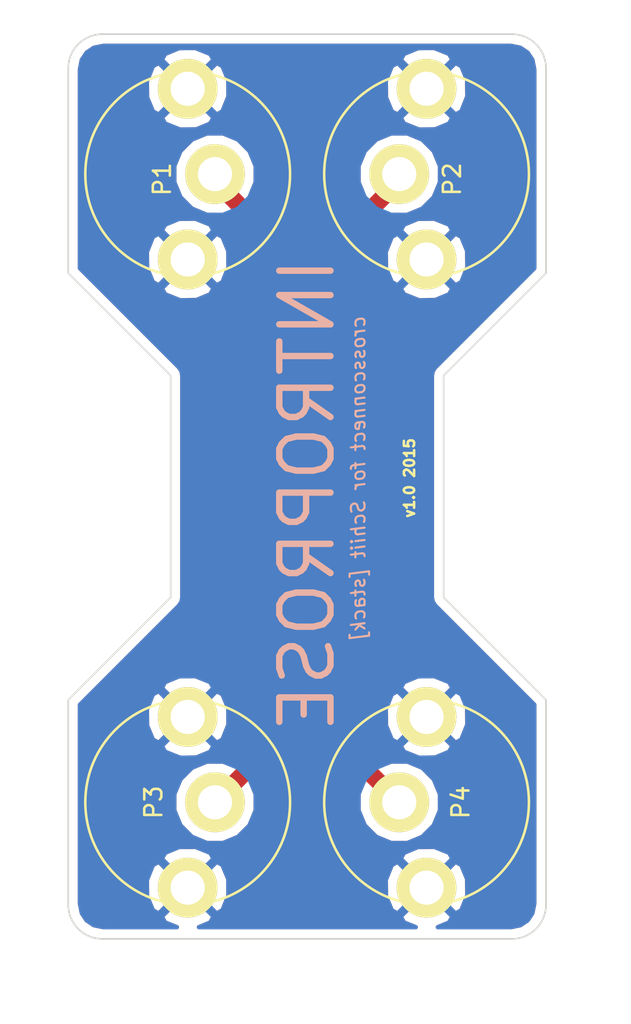
<source format=kicad_pcb>
(kicad_pcb (version 4) (host pcbnew "(2015-05-13 BZR 5653)-product")

  (general
    (links 9)
    (no_connects 0)
    (area 117.949999 69.949999 146.050001 123.050001)
    (thickness 1.6)
    (drawings 19)
    (tracks 8)
    (zones 0)
    (modules 4)
    (nets 4)
  )

  (page A4)
  (layers
    (0 F.Cu signal)
    (31 B.Cu signal)
    (32 B.Adhes user)
    (33 F.Adhes user)
    (34 B.Paste user)
    (35 F.Paste user)
    (36 B.SilkS user)
    (37 F.SilkS user)
    (38 B.Mask user)
    (39 F.Mask user)
    (40 Dwgs.User user)
    (41 Cmts.User user)
    (42 Eco1.User user)
    (43 Eco2.User user)
    (44 Edge.Cuts user)
    (45 Margin user)
    (46 B.CrtYd user)
    (47 F.CrtYd user)
    (48 B.Fab user)
    (49 F.Fab user)
  )

  (setup
    (last_trace_width 0.25)
    (user_trace_width 0.25)
    (user_trace_width 1)
    (trace_clearance 0.2)
    (zone_clearance 0.508)
    (zone_45_only no)
    (trace_min 0.2)
    (segment_width 0.2)
    (edge_width 0.1)
    (via_size 0.6)
    (via_drill 0.4)
    (via_min_size 0.4)
    (via_min_drill 0.3)
    (uvia_size 0.3)
    (uvia_drill 0.1)
    (uvias_allowed no)
    (uvia_min_size 0.2)
    (uvia_min_drill 0.1)
    (pcb_text_width 0.3)
    (pcb_text_size 1.5 1.5)
    (mod_edge_width 0.15)
    (mod_text_size 1 1)
    (mod_text_width 0.15)
    (pad_size 1.5 1.5)
    (pad_drill 0.6)
    (pad_to_mask_clearance 0)
    (aux_axis_origin 0 0)
    (visible_elements FFFFFF7F)
    (pcbplotparams
      (layerselection 0x010f0_80000001)
      (usegerberextensions true)
      (excludeedgelayer true)
      (linewidth 0.100000)
      (plotframeref false)
      (viasonmask false)
      (mode 1)
      (useauxorigin false)
      (hpglpennumber 1)
      (hpglpenspeed 20)
      (hpglpendiameter 15)
      (hpglpenoverlay 2)
      (psnegative false)
      (psa4output false)
      (plotreference true)
      (plotvalue true)
      (plotinvisibletext false)
      (padsonsilk false)
      (subtractmaskfromsilk false)
      (outputformat 1)
      (mirror false)
      (drillshape 0)
      (scaleselection 1)
      (outputdirectory gerber/))
  )

  (net 0 "")
  (net 1 GND)
  (net 2 /A)
  (net 3 /B)

  (net_class Default "This is the default net class."
    (clearance 0.2)
    (trace_width 0.25)
    (via_dia 0.6)
    (via_drill 0.4)
    (uvia_dia 0.3)
    (uvia_drill 0.1)
    (add_net /A)
    (add_net /B)
    (add_net GND)
  )

  (net_class phat ""
    (clearance 0.2)
    (trace_width 1)
    (via_dia 0.6)
    (via_drill 0.4)
    (uvia_dia 0.3)
    (uvia_drill 0.1)
  )

  (module footprints:bnc_pcb (layer F.Cu) (tedit 56088052) (tstamp 560887C2)
    (at 139 115 90)
    (path /56086B9A)
    (fp_text reference P4 (at 0 2 90) (layer F.SilkS)
      (effects (font (size 1 1) (thickness 0.15)))
    )
    (fp_text value "" (at 0 5 90) (layer F.Fab)
      (effects (font (size 1 1) (thickness 0.15)))
    )
    (fp_circle (center 0 0) (end 6 0) (layer F.SilkS) (width 0.15))
    (pad 1 thru_hole circle (at 0 -1.6 90) (size 3.5 3.5) (drill 2) (layers *.Cu *.Mask F.SilkS)
      (net 3 /B))
    (pad 2 thru_hole circle (at -5 0 90) (size 3.5 3.5) (drill 2) (layers *.Cu *.Mask F.SilkS)
      (net 1 GND))
    (pad 2 thru_hole circle (at 5 0 90) (size 3.5 3.5) (drill 2) (layers *.Cu *.Mask F.SilkS)
      (net 1 GND))
  )

  (module footprints:bnc_pcb (layer F.Cu) (tedit 5608804A) (tstamp 560887BA)
    (at 125 115 270)
    (path /56086B74)
    (fp_text reference P3 (at 0 2 450) (layer F.SilkS)
      (effects (font (size 1 1) (thickness 0.15)))
    )
    (fp_text value "" (at 0 5 270) (layer F.Fab)
      (effects (font (size 1 1) (thickness 0.15)))
    )
    (fp_circle (center 0 0) (end 6 0) (layer F.SilkS) (width 0.15))
    (pad 1 thru_hole circle (at 0 -1.6 270) (size 3.5 3.5) (drill 2) (layers *.Cu *.Mask F.SilkS)
      (net 2 /A))
    (pad 2 thru_hole circle (at -5 0 270) (size 3.5 3.5) (drill 2) (layers *.Cu *.Mask F.SilkS)
      (net 1 GND))
    (pad 2 thru_hole circle (at 5 0 270) (size 3.5 3.5) (drill 2) (layers *.Cu *.Mask F.SilkS)
      (net 1 GND))
  )

  (module footprints:bnc_pcb (layer F.Cu) (tedit 5608803A) (tstamp 560887B2)
    (at 139 78.2 90)
    (path /56086B47)
    (fp_text reference P2 (at -0.3 1.5 90) (layer F.SilkS)
      (effects (font (size 1 1) (thickness 0.15)))
    )
    (fp_text value "" (at -0.8 8 90) (layer F.Fab)
      (effects (font (size 1 1) (thickness 0.15)))
    )
    (fp_circle (center 0 0) (end 6 0) (layer F.SilkS) (width 0.15))
    (pad 1 thru_hole circle (at 0 -1.6 90) (size 3.5 3.5) (drill 2) (layers *.Cu *.Mask F.SilkS)
      (net 3 /B))
    (pad 2 thru_hole circle (at -5 0 90) (size 3.5 3.5) (drill 2) (layers *.Cu *.Mask F.SilkS)
      (net 1 GND))
    (pad 2 thru_hole circle (at 5 0 90) (size 3.5 3.5) (drill 2) (layers *.Cu *.Mask F.SilkS)
      (net 1 GND))
  )

  (module bnc_pcb (layer F.Cu) (tedit 56088042) (tstamp 560887AA)
    (at 125 78.2 270)
    (path /56086B19)
    (fp_text reference P1 (at 0.3 1.5 270) (layer F.SilkS)
      (effects (font (size 1 1) (thickness 0.15)))
    )
    (fp_text value "" (at 0 5 270) (layer F.Fab)
      (effects (font (size 1 1) (thickness 0.15)))
    )
    (fp_circle (center 0 0) (end 6 0) (layer F.SilkS) (width 0.15))
    (pad 1 thru_hole circle (at 0 -1.6 270) (size 3.5 3.5) (drill 2) (layers *.Cu *.Mask F.SilkS)
      (net 2 /A))
    (pad 2 thru_hole circle (at -5 0 270) (size 3.5 3.5) (drill 2) (layers *.Cu *.Mask F.SilkS)
      (net 1 GND))
    (pad 2 thru_hole circle (at 5 0 270) (size 3.5 3.5) (drill 2) (layers *.Cu *.Mask F.SilkS)
      (net 1 GND))
  )

  (gr_text "v1.0 2015" (at 138 96 90) (layer F.SilkS)
    (effects (font (size 0.6 0.6) (thickness 0.15)))
  )
  (gr_text "crossconnect for Schiit [stack]" (at 135 96 90) (layer B.SilkS)
    (effects (font (size 0.8 0.8) (thickness 0.125) italic) (justify mirror))
  )
  (gr_text INTROPROSE (at 132 97 90) (layer B.SilkS)
    (effects (font (size 3 3) (thickness 0.375)) (justify mirror))
  )
  (gr_line (start 118 109) (end 124 103) (angle 90) (layer Edge.Cuts) (width 0.1))
  (gr_line (start 118 121) (end 118 109) (angle 90) (layer Edge.Cuts) (width 0.1))
  (gr_line (start 146 109) (end 146 121) (angle 90) (layer Edge.Cuts) (width 0.1))
  (gr_line (start 140 103) (end 146 109) (angle 90) (layer Edge.Cuts) (width 0.1))
  (gr_line (start 140 90) (end 140 103) (angle 90) (layer Edge.Cuts) (width 0.1))
  (gr_line (start 146 84) (end 140 90) (angle 90) (layer Edge.Cuts) (width 0.1))
  (gr_line (start 146 72) (end 146 84) (angle 90) (layer Edge.Cuts) (width 0.1))
  (gr_line (start 124 90) (end 124 103) (angle 90) (layer Edge.Cuts) (width 0.1))
  (gr_line (start 118 84) (end 124 90) (angle 90) (layer Edge.Cuts) (width 0.1))
  (gr_line (start 118 72) (end 118 84) (angle 90) (layer Edge.Cuts) (width 0.1))
  (gr_line (start 120 70) (end 144 70) (angle 90) (layer Edge.Cuts) (width 0.1))
  (gr_line (start 120 123) (end 144 123) (angle 90) (layer Edge.Cuts) (width 0.1))
  (gr_arc (start 144 121) (end 146 121) (angle 90) (layer Edge.Cuts) (width 0.1))
  (gr_arc (start 120 121) (end 120 123) (angle 90) (layer Edge.Cuts) (width 0.1))
  (gr_arc (start 144 72) (end 144 70) (angle 90) (layer Edge.Cuts) (width 0.1))
  (gr_arc (start 120 72) (end 118 72) (angle 90) (layer Edge.Cuts) (width 0.1))

  (segment (start 126.6 78.2) (end 126.6 78.6) (width 1) (layer F.Cu) (net 2) (status C00000))
  (segment (start 126.6 78.6) (end 129 81) (width 1) (layer F.Cu) (net 2) (tstamp 56088011) (status 400000))
  (segment (start 129 112.6) (end 126.6 115) (width 1) (layer F.Cu) (net 2) (tstamp 56088016) (status 800000))
  (segment (start 129 81) (end 129 112.6) (width 1) (layer F.Cu) (net 2) (tstamp 56088012))
  (segment (start 137.4 78.2) (end 137.4 78.6) (width 1) (layer F.Cu) (net 3) (status C00000))
  (segment (start 137.4 78.6) (end 135 81) (width 1) (layer F.Cu) (net 3) (tstamp 56088021) (status 400000))
  (segment (start 135 81) (end 135 112.6) (width 1) (layer F.Cu) (net 3) (tstamp 56088024))
  (segment (start 135 112.6) (end 137.4 115) (width 1) (layer F.Cu) (net 3) (tstamp 56088028) (status 800000))

  (zone (net 1) (net_name GND) (layer F.Cu) (tstamp 5608846E) (hatch edge 0.508)
    (connect_pads (clearance 0.508))
    (min_thickness 0.254)
    (fill yes (arc_segments 16) (thermal_gap 0.508) (thermal_bridge_width 0.508))
    (polygon
      (pts
        (xy 116 68) (xy 150 68) (xy 150 127) (xy 115 127) (xy 116 68)
      )
    )
    (filled_polygon
      (pts
        (xy 145.315 120.932533) (xy 145.202502 121.498093) (xy 144.920356 121.920356) (xy 144.498093 122.202502) (xy 143.932532 122.315)
        (xy 141.390956 122.315) (xy 141.390956 120.443409) (xy 141.390956 110.443409) (xy 141.378641 109.494677) (xy 141.039271 108.675364)
        (xy 140.694528 108.485077) (xy 140.514923 108.664682) (xy 140.514923 108.305472) (xy 140.324636 107.960729) (xy 139.443409 107.609044)
        (xy 138.494677 107.621359) (xy 137.675364 107.960729) (xy 137.485077 108.305472) (xy 139 109.820395) (xy 140.514923 108.305472)
        (xy 140.514923 108.664682) (xy 139.179605 110) (xy 140.694528 111.514923) (xy 141.039271 111.324636) (xy 141.390956 110.443409)
        (xy 141.390956 120.443409) (xy 141.378641 119.494677) (xy 141.039271 118.675364) (xy 140.694528 118.485077) (xy 140.514923 118.664682)
        (xy 140.514923 118.305472) (xy 140.514923 111.694528) (xy 139 110.179605) (xy 138.820395 110.35921) (xy 138.820395 110)
        (xy 137.305472 108.485077) (xy 136.960729 108.675364) (xy 136.609044 109.556591) (xy 136.621359 110.505323) (xy 136.960729 111.324636)
        (xy 137.305472 111.514923) (xy 138.820395 110) (xy 138.820395 110.35921) (xy 137.485077 111.694528) (xy 137.675364 112.039271)
        (xy 138.556591 112.390956) (xy 139.505323 112.378641) (xy 140.324636 112.039271) (xy 140.514923 111.694528) (xy 140.514923 118.305472)
        (xy 140.324636 117.960729) (xy 139.785413 117.745532) (xy 139.785413 114.527675) (xy 139.423084 113.650771) (xy 138.752758 112.979274)
        (xy 137.876487 112.615415) (xy 136.927675 112.614587) (xy 136.709759 112.704627) (xy 136.135 112.129867) (xy 136.135 81.470132)
        (xy 137.020462 80.584669) (xy 137.872325 80.585413) (xy 138.749229 80.223084) (xy 139.420726 79.552758) (xy 139.784585 78.676487)
        (xy 139.785413 77.727675) (xy 139.423084 76.850771) (xy 138.752758 76.179274) (xy 137.876487 75.815415) (xy 136.927675 75.814587)
        (xy 136.050771 76.176916) (xy 135.379274 76.847242) (xy 135.015415 77.723513) (xy 135.014587 78.672325) (xy 135.22158 79.173287)
        (xy 134.197434 80.197434) (xy 133.951397 80.565654) (xy 133.865 81) (xy 133.865 112.6) (xy 133.951397 113.034346)
        (xy 134.197434 113.402566) (xy 135.104306 114.309438) (xy 135.015415 114.523513) (xy 135.014587 115.472325) (xy 135.376916 116.349229)
        (xy 136.047242 117.020726) (xy 136.923513 117.384585) (xy 137.872325 117.385413) (xy 138.749229 117.023084) (xy 139.420726 116.352758)
        (xy 139.784585 115.476487) (xy 139.785413 114.527675) (xy 139.785413 117.745532) (xy 139.443409 117.609044) (xy 138.494677 117.621359)
        (xy 137.675364 117.960729) (xy 137.485077 118.305472) (xy 139 119.820395) (xy 140.514923 118.305472) (xy 140.514923 118.664682)
        (xy 139.179605 120) (xy 140.694528 121.514923) (xy 141.039271 121.324636) (xy 141.390956 120.443409) (xy 141.390956 122.315)
        (xy 139.658966 122.315) (xy 140.324636 122.039271) (xy 140.514923 121.694528) (xy 139 120.179605) (xy 138.820395 120.35921)
        (xy 138.820395 120) (xy 137.305472 118.485077) (xy 136.960729 118.675364) (xy 136.609044 119.556591) (xy 136.621359 120.505323)
        (xy 136.960729 121.324636) (xy 137.305472 121.514923) (xy 138.820395 120) (xy 138.820395 120.35921) (xy 137.485077 121.694528)
        (xy 137.675364 122.039271) (xy 138.366265 122.315) (xy 130.135 122.315) (xy 130.135 112.6) (xy 130.135 81)
        (xy 130.048604 80.565655) (xy 130.048603 80.565654) (xy 129.802567 80.197434) (xy 128.778332 79.173199) (xy 128.984585 78.676487)
        (xy 128.985413 77.727675) (xy 128.623084 76.850771) (xy 127.952758 76.179274) (xy 127.390956 75.945993) (xy 127.390956 73.643409)
        (xy 127.378641 72.694677) (xy 127.039271 71.875364) (xy 126.694528 71.685077) (xy 126.514923 71.864682) (xy 126.514923 71.505472)
        (xy 126.324636 71.160729) (xy 125.443409 70.809044) (xy 124.494677 70.821359) (xy 123.675364 71.160729) (xy 123.485077 71.505472)
        (xy 125 73.020395) (xy 126.514923 71.505472) (xy 126.514923 71.864682) (xy 125.179605 73.2) (xy 126.694528 74.714923)
        (xy 127.039271 74.524636) (xy 127.390956 73.643409) (xy 127.390956 75.945993) (xy 127.076487 75.815415) (xy 126.514923 75.814924)
        (xy 126.514923 74.894528) (xy 125 73.379605) (xy 124.820395 73.55921) (xy 124.820395 73.2) (xy 123.305472 71.685077)
        (xy 122.960729 71.875364) (xy 122.609044 72.756591) (xy 122.621359 73.705323) (xy 122.960729 74.524636) (xy 123.305472 74.714923)
        (xy 124.820395 73.2) (xy 124.820395 73.55921) (xy 123.485077 74.894528) (xy 123.675364 75.239271) (xy 124.556591 75.590956)
        (xy 125.505323 75.578641) (xy 126.324636 75.239271) (xy 126.514923 74.894528) (xy 126.514923 75.814924) (xy 126.127675 75.814587)
        (xy 125.250771 76.176916) (xy 124.579274 76.847242) (xy 124.215415 77.723513) (xy 124.214587 78.672325) (xy 124.576916 79.549229)
        (xy 125.247242 80.220726) (xy 126.123513 80.584585) (xy 126.9802 80.585332) (xy 127.865 81.470132) (xy 127.865 112.129867)
        (xy 127.390956 112.603911) (xy 127.390956 110.443409) (xy 127.390956 83.643409) (xy 127.378641 82.694677) (xy 127.039271 81.875364)
        (xy 126.694528 81.685077) (xy 126.514923 81.864682) (xy 126.514923 81.505472) (xy 126.324636 81.160729) (xy 125.443409 80.809044)
        (xy 124.494677 80.821359) (xy 123.675364 81.160729) (xy 123.485077 81.505472) (xy 125 83.020395) (xy 126.514923 81.505472)
        (xy 126.514923 81.864682) (xy 125.179605 83.2) (xy 126.694528 84.714923) (xy 127.039271 84.524636) (xy 127.390956 83.643409)
        (xy 127.390956 110.443409) (xy 127.378641 109.494677) (xy 127.039271 108.675364) (xy 126.694528 108.485077) (xy 126.514923 108.664682)
        (xy 126.514923 108.305472) (xy 126.514923 84.894528) (xy 125 83.379605) (xy 124.820395 83.55921) (xy 124.820395 83.2)
        (xy 123.305472 81.685077) (xy 122.960729 81.875364) (xy 122.609044 82.756591) (xy 122.621359 83.705323) (xy 122.960729 84.524636)
        (xy 123.305472 84.714923) (xy 124.820395 83.2) (xy 124.820395 83.55921) (xy 123.485077 84.894528) (xy 123.675364 85.239271)
        (xy 124.556591 85.590956) (xy 125.505323 85.578641) (xy 126.324636 85.239271) (xy 126.514923 84.894528) (xy 126.514923 108.305472)
        (xy 126.324636 107.960729) (xy 125.443409 107.609044) (xy 124.494677 107.621359) (xy 123.675364 107.960729) (xy 123.485077 108.305472)
        (xy 125 109.820395) (xy 126.514923 108.305472) (xy 126.514923 108.664682) (xy 125.179605 110) (xy 126.694528 111.514923)
        (xy 127.039271 111.324636) (xy 127.390956 110.443409) (xy 127.390956 112.603911) (xy 127.290561 112.704306) (xy 127.076487 112.615415)
        (xy 126.514923 112.614924) (xy 126.514923 111.694528) (xy 125 110.179605) (xy 124.820395 110.35921) (xy 124.820395 110)
        (xy 123.305472 108.485077) (xy 122.960729 108.675364) (xy 122.609044 109.556591) (xy 122.621359 110.505323) (xy 122.960729 111.324636)
        (xy 123.305472 111.514923) (xy 124.820395 110) (xy 124.820395 110.35921) (xy 123.485077 111.694528) (xy 123.675364 112.039271)
        (xy 124.556591 112.390956) (xy 125.505323 112.378641) (xy 126.324636 112.039271) (xy 126.514923 111.694528) (xy 126.514923 112.614924)
        (xy 126.127675 112.614587) (xy 125.250771 112.976916) (xy 124.579274 113.647242) (xy 124.215415 114.523513) (xy 124.214587 115.472325)
        (xy 124.576916 116.349229) (xy 125.247242 117.020726) (xy 126.123513 117.384585) (xy 127.072325 117.385413) (xy 127.949229 117.023084)
        (xy 128.620726 116.352758) (xy 128.984585 115.476487) (xy 128.985413 114.527675) (xy 128.895372 114.30976) (xy 129.802566 113.402566)
        (xy 129.802567 113.402566) (xy 130.048603 113.034346) (xy 130.048604 113.034345) (xy 130.135 112.6) (xy 130.135 122.315)
        (xy 127.390956 122.315) (xy 127.390956 120.443409) (xy 127.378641 119.494677) (xy 127.039271 118.675364) (xy 126.694528 118.485077)
        (xy 126.514923 118.664682) (xy 126.514923 118.305472) (xy 126.324636 117.960729) (xy 125.443409 117.609044) (xy 124.494677 117.621359)
        (xy 123.675364 117.960729) (xy 123.485077 118.305472) (xy 125 119.820395) (xy 126.514923 118.305472) (xy 126.514923 118.664682)
        (xy 125.179605 120) (xy 126.694528 121.514923) (xy 127.039271 121.324636) (xy 127.390956 120.443409) (xy 127.390956 122.315)
        (xy 125.658966 122.315) (xy 126.324636 122.039271) (xy 126.514923 121.694528) (xy 125 120.179605) (xy 124.820395 120.35921)
        (xy 124.820395 120) (xy 123.305472 118.485077) (xy 122.960729 118.675364) (xy 122.609044 119.556591) (xy 122.621359 120.505323)
        (xy 122.960729 121.324636) (xy 123.305472 121.514923) (xy 124.820395 120) (xy 124.820395 120.35921) (xy 123.485077 121.694528)
        (xy 123.675364 122.039271) (xy 124.366265 122.315) (xy 120.067466 122.315) (xy 119.501906 122.202502) (xy 119.079643 121.920356)
        (xy 118.797497 121.498093) (xy 118.685 120.932532) (xy 118.685 109.283736) (xy 124.484368 103.484368) (xy 124.632857 103.262138)
        (xy 124.685 103) (xy 124.685 90) (xy 124.632857 89.737862) (xy 124.484368 89.515632) (xy 118.685 83.716264)
        (xy 118.685 72.067467) (xy 118.797497 71.501906) (xy 119.079643 71.079643) (xy 119.501906 70.797497) (xy 120.067466 70.685)
        (xy 143.932532 70.685) (xy 144.498093 70.797497) (xy 144.920356 71.079643) (xy 145.202502 71.501906) (xy 145.315 72.067466)
        (xy 145.315 83.716264) (xy 141.390956 87.640308) (xy 141.390956 83.643409) (xy 141.390956 73.643409) (xy 141.378641 72.694677)
        (xy 141.039271 71.875364) (xy 140.694528 71.685077) (xy 140.514923 71.864682) (xy 140.514923 71.505472) (xy 140.324636 71.160729)
        (xy 139.443409 70.809044) (xy 138.494677 70.821359) (xy 137.675364 71.160729) (xy 137.485077 71.505472) (xy 139 73.020395)
        (xy 140.514923 71.505472) (xy 140.514923 71.864682) (xy 139.179605 73.2) (xy 140.694528 74.714923) (xy 141.039271 74.524636)
        (xy 141.390956 73.643409) (xy 141.390956 83.643409) (xy 141.378641 82.694677) (xy 141.039271 81.875364) (xy 140.694528 81.685077)
        (xy 140.514923 81.864682) (xy 140.514923 81.505472) (xy 140.514923 74.894528) (xy 139 73.379605) (xy 138.820395 73.55921)
        (xy 138.820395 73.2) (xy 137.305472 71.685077) (xy 136.960729 71.875364) (xy 136.609044 72.756591) (xy 136.621359 73.705323)
        (xy 136.960729 74.524636) (xy 137.305472 74.714923) (xy 138.820395 73.2) (xy 138.820395 73.55921) (xy 137.485077 74.894528)
        (xy 137.675364 75.239271) (xy 138.556591 75.590956) (xy 139.505323 75.578641) (xy 140.324636 75.239271) (xy 140.514923 74.894528)
        (xy 140.514923 81.505472) (xy 140.324636 81.160729) (xy 139.443409 80.809044) (xy 138.494677 80.821359) (xy 137.675364 81.160729)
        (xy 137.485077 81.505472) (xy 139 83.020395) (xy 140.514923 81.505472) (xy 140.514923 81.864682) (xy 139.179605 83.2)
        (xy 140.694528 84.714923) (xy 141.039271 84.524636) (xy 141.390956 83.643409) (xy 141.390956 87.640308) (xy 140.514923 88.516341)
        (xy 140.514923 84.894528) (xy 139 83.379605) (xy 138.820395 83.55921) (xy 138.820395 83.2) (xy 137.305472 81.685077)
        (xy 136.960729 81.875364) (xy 136.609044 82.756591) (xy 136.621359 83.705323) (xy 136.960729 84.524636) (xy 137.305472 84.714923)
        (xy 138.820395 83.2) (xy 138.820395 83.55921) (xy 137.485077 84.894528) (xy 137.675364 85.239271) (xy 138.556591 85.590956)
        (xy 139.505323 85.578641) (xy 140.324636 85.239271) (xy 140.514923 84.894528) (xy 140.514923 88.516341) (xy 139.515632 89.515632)
        (xy 139.367143 89.737862) (xy 139.315 90) (xy 139.315 103) (xy 139.367143 103.262138) (xy 139.515632 103.484368)
        (xy 145.315 109.283736) (xy 145.315 120.932533)
      )
    )
  )
  (zone (net 1) (net_name GND) (layer B.Cu) (tstamp 5608848C) (hatch edge 0.508)
    (connect_pads (clearance 0.508))
    (min_thickness 0.254)
    (fill yes (arc_segments 16) (thermal_gap 0.508) (thermal_bridge_width 0.508))
    (polygon
      (pts
        (xy 151 128) (xy 114 128) (xy 115 68) (xy 151 68)
      )
    )
    (filled_polygon
      (pts
        (xy 145.315 120.932533) (xy 145.202502 121.498093) (xy 144.920356 121.920356) (xy 144.498093 122.202502) (xy 143.932532 122.315)
        (xy 141.390956 122.315) (xy 141.390956 120.443409) (xy 141.390956 110.443409) (xy 141.378641 109.494677) (xy 141.039271 108.675364)
        (xy 140.694528 108.485077) (xy 140.514923 108.664682) (xy 140.514923 108.305472) (xy 140.324636 107.960729) (xy 139.443409 107.609044)
        (xy 138.494677 107.621359) (xy 137.675364 107.960729) (xy 137.485077 108.305472) (xy 139 109.820395) (xy 140.514923 108.305472)
        (xy 140.514923 108.664682) (xy 139.179605 110) (xy 140.694528 111.514923) (xy 141.039271 111.324636) (xy 141.390956 110.443409)
        (xy 141.390956 120.443409) (xy 141.378641 119.494677) (xy 141.039271 118.675364) (xy 140.694528 118.485077) (xy 140.514923 118.664682)
        (xy 140.514923 118.305472) (xy 140.514923 111.694528) (xy 139 110.179605) (xy 138.820395 110.35921) (xy 138.820395 110)
        (xy 137.305472 108.485077) (xy 136.960729 108.675364) (xy 136.609044 109.556591) (xy 136.621359 110.505323) (xy 136.960729 111.324636)
        (xy 137.305472 111.514923) (xy 138.820395 110) (xy 138.820395 110.35921) (xy 137.485077 111.694528) (xy 137.675364 112.039271)
        (xy 138.556591 112.390956) (xy 139.505323 112.378641) (xy 140.324636 112.039271) (xy 140.514923 111.694528) (xy 140.514923 118.305472)
        (xy 140.324636 117.960729) (xy 139.785413 117.745532) (xy 139.785413 114.527675) (xy 139.423084 113.650771) (xy 138.752758 112.979274)
        (xy 137.876487 112.615415) (xy 136.927675 112.614587) (xy 136.050771 112.976916) (xy 135.379274 113.647242) (xy 135.015415 114.523513)
        (xy 135.014587 115.472325) (xy 135.376916 116.349229) (xy 136.047242 117.020726) (xy 136.923513 117.384585) (xy 137.872325 117.385413)
        (xy 138.749229 117.023084) (xy 139.420726 116.352758) (xy 139.784585 115.476487) (xy 139.785413 114.527675) (xy 139.785413 117.745532)
        (xy 139.443409 117.609044) (xy 138.494677 117.621359) (xy 137.675364 117.960729) (xy 137.485077 118.305472) (xy 139 119.820395)
        (xy 140.514923 118.305472) (xy 140.514923 118.664682) (xy 139.179605 120) (xy 140.694528 121.514923) (xy 141.039271 121.324636)
        (xy 141.390956 120.443409) (xy 141.390956 122.315) (xy 139.658966 122.315) (xy 140.324636 122.039271) (xy 140.514923 121.694528)
        (xy 139 120.179605) (xy 138.820395 120.35921) (xy 138.820395 120) (xy 137.305472 118.485077) (xy 136.960729 118.675364)
        (xy 136.609044 119.556591) (xy 136.621359 120.505323) (xy 136.960729 121.324636) (xy 137.305472 121.514923) (xy 138.820395 120)
        (xy 138.820395 120.35921) (xy 137.485077 121.694528) (xy 137.675364 122.039271) (xy 138.366265 122.315) (xy 128.985413 122.315)
        (xy 128.985413 114.527675) (xy 128.985413 77.727675) (xy 128.623084 76.850771) (xy 127.952758 76.179274) (xy 127.390956 75.945993)
        (xy 127.390956 73.643409) (xy 127.378641 72.694677) (xy 127.039271 71.875364) (xy 126.694528 71.685077) (xy 126.514923 71.864682)
        (xy 126.514923 71.505472) (xy 126.324636 71.160729) (xy 125.443409 70.809044) (xy 124.494677 70.821359) (xy 123.675364 71.160729)
        (xy 123.485077 71.505472) (xy 125 73.020395) (xy 126.514923 71.505472) (xy 126.514923 71.864682) (xy 125.179605 73.2)
        (xy 126.694528 74.714923) (xy 127.039271 74.524636) (xy 127.390956 73.643409) (xy 127.390956 75.945993) (xy 127.076487 75.815415)
        (xy 126.514923 75.814924) (xy 126.514923 74.894528) (xy 125 73.379605) (xy 124.820395 73.55921) (xy 124.820395 73.2)
        (xy 123.305472 71.685077) (xy 122.960729 71.875364) (xy 122.609044 72.756591) (xy 122.621359 73.705323) (xy 122.960729 74.524636)
        (xy 123.305472 74.714923) (xy 124.820395 73.2) (xy 124.820395 73.55921) (xy 123.485077 74.894528) (xy 123.675364 75.239271)
        (xy 124.556591 75.590956) (xy 125.505323 75.578641) (xy 126.324636 75.239271) (xy 126.514923 74.894528) (xy 126.514923 75.814924)
        (xy 126.127675 75.814587) (xy 125.250771 76.176916) (xy 124.579274 76.847242) (xy 124.215415 77.723513) (xy 124.214587 78.672325)
        (xy 124.576916 79.549229) (xy 125.247242 80.220726) (xy 126.123513 80.584585) (xy 127.072325 80.585413) (xy 127.949229 80.223084)
        (xy 128.620726 79.552758) (xy 128.984585 78.676487) (xy 128.985413 77.727675) (xy 128.985413 114.527675) (xy 128.623084 113.650771)
        (xy 127.952758 112.979274) (xy 127.390956 112.745993) (xy 127.390956 110.443409) (xy 127.390956 83.643409) (xy 127.378641 82.694677)
        (xy 127.039271 81.875364) (xy 126.694528 81.685077) (xy 126.514923 81.864682) (xy 126.514923 81.505472) (xy 126.324636 81.160729)
        (xy 125.443409 80.809044) (xy 124.494677 80.821359) (xy 123.675364 81.160729) (xy 123.485077 81.505472) (xy 125 83.020395)
        (xy 126.514923 81.505472) (xy 126.514923 81.864682) (xy 125.179605 83.2) (xy 126.694528 84.714923) (xy 127.039271 84.524636)
        (xy 127.390956 83.643409) (xy 127.390956 110.443409) (xy 127.378641 109.494677) (xy 127.039271 108.675364) (xy 126.694528 108.485077)
        (xy 126.514923 108.664682) (xy 126.514923 108.305472) (xy 126.514923 84.894528) (xy 125 83.379605) (xy 124.820395 83.55921)
        (xy 124.820395 83.2) (xy 123.305472 81.685077) (xy 122.960729 81.875364) (xy 122.609044 82.756591) (xy 122.621359 83.705323)
        (xy 122.960729 84.524636) (xy 123.305472 84.714923) (xy 124.820395 83.2) (xy 124.820395 83.55921) (xy 123.485077 84.894528)
        (xy 123.675364 85.239271) (xy 124.556591 85.590956) (xy 125.505323 85.578641) (xy 126.324636 85.239271) (xy 126.514923 84.894528)
        (xy 126.514923 108.305472) (xy 126.324636 107.960729) (xy 125.443409 107.609044) (xy 124.494677 107.621359) (xy 123.675364 107.960729)
        (xy 123.485077 108.305472) (xy 125 109.820395) (xy 126.514923 108.305472) (xy 126.514923 108.664682) (xy 125.179605 110)
        (xy 126.694528 111.514923) (xy 127.039271 111.324636) (xy 127.390956 110.443409) (xy 127.390956 112.745993) (xy 127.076487 112.615415)
        (xy 126.514923 112.614924) (xy 126.514923 111.694528) (xy 125 110.179605) (xy 124.820395 110.35921) (xy 124.820395 110)
        (xy 123.305472 108.485077) (xy 122.960729 108.675364) (xy 122.609044 109.556591) (xy 122.621359 110.505323) (xy 122.960729 111.324636)
        (xy 123.305472 111.514923) (xy 124.820395 110) (xy 124.820395 110.35921) (xy 123.485077 111.694528) (xy 123.675364 112.039271)
        (xy 124.556591 112.390956) (xy 125.505323 112.378641) (xy 126.324636 112.039271) (xy 126.514923 111.694528) (xy 126.514923 112.614924)
        (xy 126.127675 112.614587) (xy 125.250771 112.976916) (xy 124.579274 113.647242) (xy 124.215415 114.523513) (xy 124.214587 115.472325)
        (xy 124.576916 116.349229) (xy 125.247242 117.020726) (xy 126.123513 117.384585) (xy 127.072325 117.385413) (xy 127.949229 117.023084)
        (xy 128.620726 116.352758) (xy 128.984585 115.476487) (xy 128.985413 114.527675) (xy 128.985413 122.315) (xy 127.390956 122.315)
        (xy 127.390956 120.443409) (xy 127.378641 119.494677) (xy 127.039271 118.675364) (xy 126.694528 118.485077) (xy 126.514923 118.664682)
        (xy 126.514923 118.305472) (xy 126.324636 117.960729) (xy 125.443409 117.609044) (xy 124.494677 117.621359) (xy 123.675364 117.960729)
        (xy 123.485077 118.305472) (xy 125 119.820395) (xy 126.514923 118.305472) (xy 126.514923 118.664682) (xy 125.179605 120)
        (xy 126.694528 121.514923) (xy 127.039271 121.324636) (xy 127.390956 120.443409) (xy 127.390956 122.315) (xy 125.658966 122.315)
        (xy 126.324636 122.039271) (xy 126.514923 121.694528) (xy 125 120.179605) (xy 124.820395 120.35921) (xy 124.820395 120)
        (xy 123.305472 118.485077) (xy 122.960729 118.675364) (xy 122.609044 119.556591) (xy 122.621359 120.505323) (xy 122.960729 121.324636)
        (xy 123.305472 121.514923) (xy 124.820395 120) (xy 124.820395 120.35921) (xy 123.485077 121.694528) (xy 123.675364 122.039271)
        (xy 124.366265 122.315) (xy 120.067466 122.315) (xy 119.501906 122.202502) (xy 119.079643 121.920356) (xy 118.797497 121.498093)
        (xy 118.685 120.932532) (xy 118.685 109.283736) (xy 124.484368 103.484368) (xy 124.632857 103.262138) (xy 124.685 103)
        (xy 124.685 90) (xy 124.632857 89.737862) (xy 124.484368 89.515632) (xy 118.685 83.716264) (xy 118.685 72.067467)
        (xy 118.797497 71.501906) (xy 119.079643 71.079643) (xy 119.501906 70.797497) (xy 120.067466 70.685) (xy 143.932532 70.685)
        (xy 144.498093 70.797497) (xy 144.920356 71.079643) (xy 145.202502 71.501906) (xy 145.315 72.067466) (xy 145.315 83.716264)
        (xy 141.390956 87.640308) (xy 141.390956 83.643409) (xy 141.390956 73.643409) (xy 141.378641 72.694677) (xy 141.039271 71.875364)
        (xy 140.694528 71.685077) (xy 140.514923 71.864682) (xy 140.514923 71.505472) (xy 140.324636 71.160729) (xy 139.443409 70.809044)
        (xy 138.494677 70.821359) (xy 137.675364 71.160729) (xy 137.485077 71.505472) (xy 139 73.020395) (xy 140.514923 71.505472)
        (xy 140.514923 71.864682) (xy 139.179605 73.2) (xy 140.694528 74.714923) (xy 141.039271 74.524636) (xy 141.390956 73.643409)
        (xy 141.390956 83.643409) (xy 141.378641 82.694677) (xy 141.039271 81.875364) (xy 140.694528 81.685077) (xy 140.514923 81.864682)
        (xy 140.514923 81.505472) (xy 140.514923 74.894528) (xy 139 73.379605) (xy 138.820395 73.55921) (xy 138.820395 73.2)
        (xy 137.305472 71.685077) (xy 136.960729 71.875364) (xy 136.609044 72.756591) (xy 136.621359 73.705323) (xy 136.960729 74.524636)
        (xy 137.305472 74.714923) (xy 138.820395 73.2) (xy 138.820395 73.55921) (xy 137.485077 74.894528) (xy 137.675364 75.239271)
        (xy 138.556591 75.590956) (xy 139.505323 75.578641) (xy 140.324636 75.239271) (xy 140.514923 74.894528) (xy 140.514923 81.505472)
        (xy 140.324636 81.160729) (xy 139.785413 80.945532) (xy 139.785413 77.727675) (xy 139.423084 76.850771) (xy 138.752758 76.179274)
        (xy 137.876487 75.815415) (xy 136.927675 75.814587) (xy 136.050771 76.176916) (xy 135.379274 76.847242) (xy 135.015415 77.723513)
        (xy 135.014587 78.672325) (xy 135.376916 79.549229) (xy 136.047242 80.220726) (xy 136.923513 80.584585) (xy 137.872325 80.585413)
        (xy 138.749229 80.223084) (xy 139.420726 79.552758) (xy 139.784585 78.676487) (xy 139.785413 77.727675) (xy 139.785413 80.945532)
        (xy 139.443409 80.809044) (xy 138.494677 80.821359) (xy 137.675364 81.160729) (xy 137.485077 81.505472) (xy 139 83.020395)
        (xy 140.514923 81.505472) (xy 140.514923 81.864682) (xy 139.179605 83.2) (xy 140.694528 84.714923) (xy 141.039271 84.524636)
        (xy 141.390956 83.643409) (xy 141.390956 87.640308) (xy 140.514923 88.516341) (xy 140.514923 84.894528) (xy 139 83.379605)
        (xy 138.820395 83.55921) (xy 138.820395 83.2) (xy 137.305472 81.685077) (xy 136.960729 81.875364) (xy 136.609044 82.756591)
        (xy 136.621359 83.705323) (xy 136.960729 84.524636) (xy 137.305472 84.714923) (xy 138.820395 83.2) (xy 138.820395 83.55921)
        (xy 137.485077 84.894528) (xy 137.675364 85.239271) (xy 138.556591 85.590956) (xy 139.505323 85.578641) (xy 140.324636 85.239271)
        (xy 140.514923 84.894528) (xy 140.514923 88.516341) (xy 139.515632 89.515632) (xy 139.367143 89.737862) (xy 139.315 90)
        (xy 139.315 103) (xy 139.367143 103.262138) (xy 139.515632 103.484368) (xy 145.315 109.283736) (xy 145.315 120.932533)
      )
    )
  )
)

</source>
